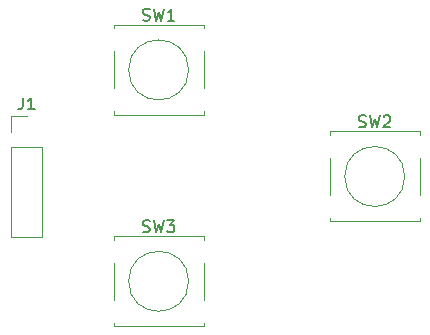
<source format=gbr>
%TF.GenerationSoftware,KiCad,Pcbnew,8.0.7*%
%TF.CreationDate,2025-01-07T20:01:39+01:00*%
%TF.ProjectId,keyboard,6b657962-6f61-4726-942e-6b696361645f,rev?*%
%TF.SameCoordinates,Original*%
%TF.FileFunction,Legend,Top*%
%TF.FilePolarity,Positive*%
%FSLAX46Y46*%
G04 Gerber Fmt 4.6, Leading zero omitted, Abs format (unit mm)*
G04 Created by KiCad (PCBNEW 8.0.7) date 2025-01-07 20:01:39*
%MOMM*%
%LPD*%
G01*
G04 APERTURE LIST*
%ADD10C,0.150000*%
%ADD11C,0.120000*%
G04 APERTURE END LIST*
D10*
X56826667Y-44031200D02*
X56969524Y-44078819D01*
X56969524Y-44078819D02*
X57207619Y-44078819D01*
X57207619Y-44078819D02*
X57302857Y-44031200D01*
X57302857Y-44031200D02*
X57350476Y-43983580D01*
X57350476Y-43983580D02*
X57398095Y-43888342D01*
X57398095Y-43888342D02*
X57398095Y-43793104D01*
X57398095Y-43793104D02*
X57350476Y-43697866D01*
X57350476Y-43697866D02*
X57302857Y-43650247D01*
X57302857Y-43650247D02*
X57207619Y-43602628D01*
X57207619Y-43602628D02*
X57017143Y-43555009D01*
X57017143Y-43555009D02*
X56921905Y-43507390D01*
X56921905Y-43507390D02*
X56874286Y-43459771D01*
X56874286Y-43459771D02*
X56826667Y-43364533D01*
X56826667Y-43364533D02*
X56826667Y-43269295D01*
X56826667Y-43269295D02*
X56874286Y-43174057D01*
X56874286Y-43174057D02*
X56921905Y-43126438D01*
X56921905Y-43126438D02*
X57017143Y-43078819D01*
X57017143Y-43078819D02*
X57255238Y-43078819D01*
X57255238Y-43078819D02*
X57398095Y-43126438D01*
X57731429Y-43078819D02*
X57969524Y-44078819D01*
X57969524Y-44078819D02*
X58160000Y-43364533D01*
X58160000Y-43364533D02*
X58350476Y-44078819D01*
X58350476Y-44078819D02*
X58588572Y-43078819D01*
X58874286Y-43078819D02*
X59493333Y-43078819D01*
X59493333Y-43078819D02*
X59160000Y-43459771D01*
X59160000Y-43459771D02*
X59302857Y-43459771D01*
X59302857Y-43459771D02*
X59398095Y-43507390D01*
X59398095Y-43507390D02*
X59445714Y-43555009D01*
X59445714Y-43555009D02*
X59493333Y-43650247D01*
X59493333Y-43650247D02*
X59493333Y-43888342D01*
X59493333Y-43888342D02*
X59445714Y-43983580D01*
X59445714Y-43983580D02*
X59398095Y-44031200D01*
X59398095Y-44031200D02*
X59302857Y-44078819D01*
X59302857Y-44078819D02*
X59017143Y-44078819D01*
X59017143Y-44078819D02*
X58921905Y-44031200D01*
X58921905Y-44031200D02*
X58874286Y-43983580D01*
X75120667Y-35157200D02*
X75263524Y-35204819D01*
X75263524Y-35204819D02*
X75501619Y-35204819D01*
X75501619Y-35204819D02*
X75596857Y-35157200D01*
X75596857Y-35157200D02*
X75644476Y-35109580D01*
X75644476Y-35109580D02*
X75692095Y-35014342D01*
X75692095Y-35014342D02*
X75692095Y-34919104D01*
X75692095Y-34919104D02*
X75644476Y-34823866D01*
X75644476Y-34823866D02*
X75596857Y-34776247D01*
X75596857Y-34776247D02*
X75501619Y-34728628D01*
X75501619Y-34728628D02*
X75311143Y-34681009D01*
X75311143Y-34681009D02*
X75215905Y-34633390D01*
X75215905Y-34633390D02*
X75168286Y-34585771D01*
X75168286Y-34585771D02*
X75120667Y-34490533D01*
X75120667Y-34490533D02*
X75120667Y-34395295D01*
X75120667Y-34395295D02*
X75168286Y-34300057D01*
X75168286Y-34300057D02*
X75215905Y-34252438D01*
X75215905Y-34252438D02*
X75311143Y-34204819D01*
X75311143Y-34204819D02*
X75549238Y-34204819D01*
X75549238Y-34204819D02*
X75692095Y-34252438D01*
X76025429Y-34204819D02*
X76263524Y-35204819D01*
X76263524Y-35204819D02*
X76454000Y-34490533D01*
X76454000Y-34490533D02*
X76644476Y-35204819D01*
X76644476Y-35204819D02*
X76882572Y-34204819D01*
X77215905Y-34300057D02*
X77263524Y-34252438D01*
X77263524Y-34252438D02*
X77358762Y-34204819D01*
X77358762Y-34204819D02*
X77596857Y-34204819D01*
X77596857Y-34204819D02*
X77692095Y-34252438D01*
X77692095Y-34252438D02*
X77739714Y-34300057D01*
X77739714Y-34300057D02*
X77787333Y-34395295D01*
X77787333Y-34395295D02*
X77787333Y-34490533D01*
X77787333Y-34490533D02*
X77739714Y-34633390D01*
X77739714Y-34633390D02*
X77168286Y-35204819D01*
X77168286Y-35204819D02*
X77787333Y-35204819D01*
X56826667Y-26131200D02*
X56969524Y-26178819D01*
X56969524Y-26178819D02*
X57207619Y-26178819D01*
X57207619Y-26178819D02*
X57302857Y-26131200D01*
X57302857Y-26131200D02*
X57350476Y-26083580D01*
X57350476Y-26083580D02*
X57398095Y-25988342D01*
X57398095Y-25988342D02*
X57398095Y-25893104D01*
X57398095Y-25893104D02*
X57350476Y-25797866D01*
X57350476Y-25797866D02*
X57302857Y-25750247D01*
X57302857Y-25750247D02*
X57207619Y-25702628D01*
X57207619Y-25702628D02*
X57017143Y-25655009D01*
X57017143Y-25655009D02*
X56921905Y-25607390D01*
X56921905Y-25607390D02*
X56874286Y-25559771D01*
X56874286Y-25559771D02*
X56826667Y-25464533D01*
X56826667Y-25464533D02*
X56826667Y-25369295D01*
X56826667Y-25369295D02*
X56874286Y-25274057D01*
X56874286Y-25274057D02*
X56921905Y-25226438D01*
X56921905Y-25226438D02*
X57017143Y-25178819D01*
X57017143Y-25178819D02*
X57255238Y-25178819D01*
X57255238Y-25178819D02*
X57398095Y-25226438D01*
X57731429Y-25178819D02*
X57969524Y-26178819D01*
X57969524Y-26178819D02*
X58160000Y-25464533D01*
X58160000Y-25464533D02*
X58350476Y-26178819D01*
X58350476Y-26178819D02*
X58588572Y-25178819D01*
X59493333Y-26178819D02*
X58921905Y-26178819D01*
X59207619Y-26178819D02*
X59207619Y-25178819D01*
X59207619Y-25178819D02*
X59112381Y-25321676D01*
X59112381Y-25321676D02*
X59017143Y-25416914D01*
X59017143Y-25416914D02*
X58921905Y-25464533D01*
X46656666Y-32694819D02*
X46656666Y-33409104D01*
X46656666Y-33409104D02*
X46609047Y-33551961D01*
X46609047Y-33551961D02*
X46513809Y-33647200D01*
X46513809Y-33647200D02*
X46370952Y-33694819D01*
X46370952Y-33694819D02*
X46275714Y-33694819D01*
X47656666Y-33694819D02*
X47085238Y-33694819D01*
X47370952Y-33694819D02*
X47370952Y-32694819D01*
X47370952Y-32694819D02*
X47275714Y-32837676D01*
X47275714Y-32837676D02*
X47180476Y-32932914D01*
X47180476Y-32932914D02*
X47085238Y-32980533D01*
D11*
%TO.C,SW3*%
X54350000Y-44434000D02*
X54350000Y-44734000D01*
X54350000Y-44434000D02*
X61970000Y-44434000D01*
X54350000Y-46674000D02*
X54350000Y-49814000D01*
X54350000Y-51754000D02*
X54350000Y-52054000D01*
X61970000Y-44434000D02*
X61970000Y-44734000D01*
X61970000Y-46674000D02*
X61970000Y-49814000D01*
X61970000Y-51754000D02*
X61970000Y-52054000D01*
X61970000Y-52054000D02*
X54350000Y-52054000D01*
X60700000Y-48244000D02*
G75*
G02*
X55620000Y-48244000I-2540000J0D01*
G01*
X55620000Y-48244000D02*
G75*
G02*
X60700000Y-48244000I2540000J0D01*
G01*
%TO.C,SW2*%
X72644000Y-35560000D02*
X72644000Y-35860000D01*
X72644000Y-35560000D02*
X80264000Y-35560000D01*
X72644000Y-37800000D02*
X72644000Y-40940000D01*
X72644000Y-42880000D02*
X72644000Y-43180000D01*
X80264000Y-35560000D02*
X80264000Y-35860000D01*
X80264000Y-37800000D02*
X80264000Y-40940000D01*
X80264000Y-42880000D02*
X80264000Y-43180000D01*
X80264000Y-43180000D02*
X72644000Y-43180000D01*
X78994000Y-39370000D02*
G75*
G02*
X73914000Y-39370000I-2540000J0D01*
G01*
X73914000Y-39370000D02*
G75*
G02*
X78994000Y-39370000I2540000J0D01*
G01*
%TO.C,SW1*%
X54350000Y-26534000D02*
X54350000Y-26834000D01*
X54350000Y-26534000D02*
X61970000Y-26534000D01*
X54350000Y-28774000D02*
X54350000Y-31914000D01*
X54350000Y-33854000D02*
X54350000Y-34154000D01*
X61970000Y-26534000D02*
X61970000Y-26834000D01*
X61970000Y-28774000D02*
X61970000Y-31914000D01*
X61970000Y-33854000D02*
X61970000Y-34154000D01*
X61970000Y-34154000D02*
X54350000Y-34154000D01*
X60700000Y-30344000D02*
G75*
G02*
X55620000Y-30344000I-2540000J0D01*
G01*
X55620000Y-30344000D02*
G75*
G02*
X60700000Y-30344000I2540000J0D01*
G01*
%TO.C,J1*%
X45660000Y-34240000D02*
X46990000Y-34240000D01*
X45660000Y-35570000D02*
X45660000Y-34240000D01*
X45660000Y-36840000D02*
X45660000Y-44520000D01*
X45660000Y-36840000D02*
X48320000Y-36840000D01*
X45660000Y-44520000D02*
X48320000Y-44520000D01*
X48320000Y-36840000D02*
X48320000Y-44520000D01*
%TD*%
M02*

</source>
